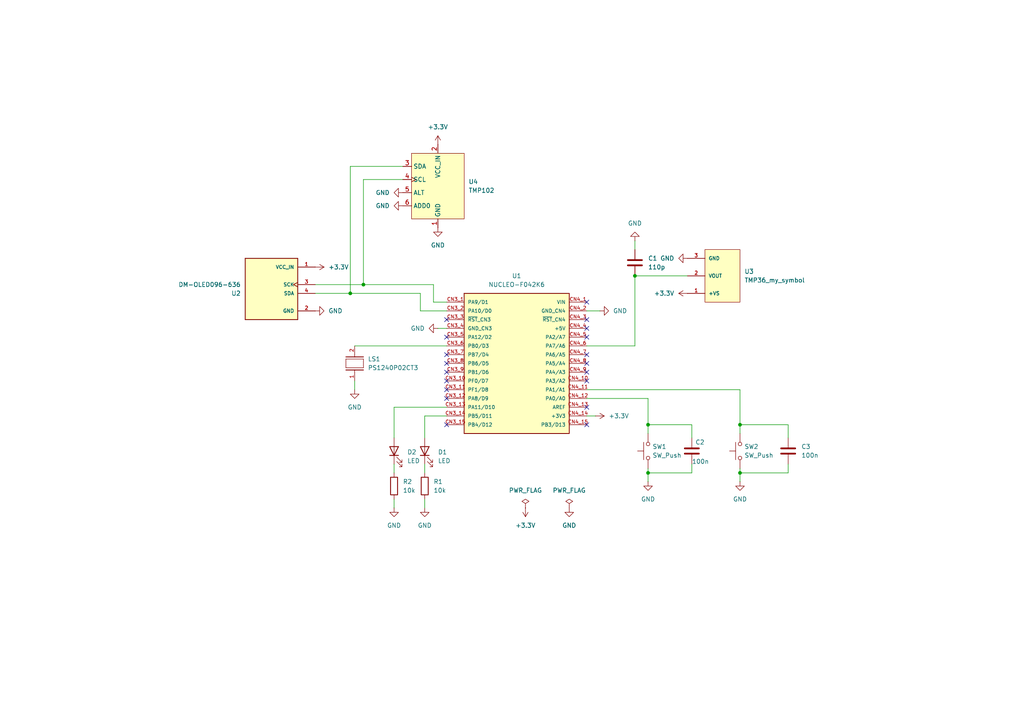
<source format=kicad_sch>
(kicad_sch (version 20250114) (generator "eeschema") (generator_version "9.0")
  (paper "A4")
  (lib_symbols
    (symbol "Device:C" (pin_numbers (hide yes)) (pin_names (offset 0.254))
      (property "Reference" "C" (at 0.635 2.54 0))
      (property "Value" "C" (at 0.635 -2.54 0))
      (symbol "C_0_1"
        (polyline (pts (xy -2.032 0.762) (xy 2.032 0.762)) (stroke (width 0.508)))
        (polyline (pts (xy -2.032 -0.762) (xy 2.032 -0.762)) (stroke (width 0.508)))
      )
      (symbol "C_1_1"
        (pin passive line (at 0 3.81 270) (length 2.794) (name "~") (number "1"))
        (pin passive line (at 0 -3.81 90) (length 2.794) (name "~") (number "2"))
      )
    )
    (symbol "Device:LED" (pin_numbers (hide yes)) (pin_names (offset 1.016) (hide yes))
      (property "Reference" "D" (at 0 2.54 0))
      (property "Value" "LED" (at 0 -2.54 0))
      (symbol "LED_0_1"
        (polyline (pts (xy -3.048 -0.762) (xy -4.572 -2.286) (xy -3.81 -2.286) (xy -4.572 -2.286) (xy -4.572 -1.524)))
        (polyline (pts (xy -1.778 -0.762) (xy -3.302 -2.286) (xy -2.54 -2.286) (xy -3.302 -2.286) (xy -3.302 -1.524)))
        (polyline (pts (xy -1.27 0) (xy 1.27 0)))
        (polyline (pts (xy -1.27 -1.27) (xy -1.27 1.27)) (stroke (width 0.254)))
        (polyline (pts (xy 1.27 -1.27) (xy 1.27 1.27) (xy -1.27 0) (xy 1.27 -1.27)) (stroke (width 0.254)))
      )
      (symbol "LED_1_1"
        (pin passive line (at -3.81 0 0) (length 2.54) (name "K") (number "1"))
        (pin passive line (at 3.81 0 180) (length 2.54) (name "A") (number "2"))
      )
    )
    (symbol "Device:R" (pin_numbers (hide yes)) (pin_names (offset 0))
      (property "Reference" "R" (at 2.032 0 90))
      (property "Value" "R" (at 0 0 90))
      (symbol "R_0_1"
        (rectangle (start -1.016 -2.54) (end 1.016 2.54) (stroke (width 0.254)))
      )
      (symbol "R_1_1"
        (pin passive line (at 0 3.81 270) (length 1.27) (name "~") (number "1"))
        (pin passive line (at 0 -3.81 90) (length 1.27) (name "~") (number "2"))
      )
    )
    (symbol "Switch:SW_Push" (pin_numbers (hide yes)) (pin_names (offset 1.016) (hide yes))
      (property "Reference" "SW" (at 1.27 2.54 0))
      (property "Value" "SW_Push" (at 0 -1.524 0))
      (symbol "SW_Push_0_1"
        (circle (center -2.032 0) (radius 0.508))
        (polyline (pts (xy 0 1.27) (xy 0 3.048)))
        (circle (center 2.032 0) (radius 0.508))
        (polyline (pts (xy 2.54 1.27) (xy -2.54 1.27)))
        (pin passive line (at -5.08 0 0) (length 2.54) (name "1") (number "1"))
        (pin passive line (at 5.08 0 180) (length 2.54) (name "2") (number "2"))
      )
    )
    (symbol "power:+3.3V" (power) (pin_numbers (hide yes)) (pin_names (offset 0) (hide yes))
      (property "Value" "+3.3V" (at 0 3.556 0))
      (symbol "+3.3V_0_1"
        (polyline (pts (xy -0.762 1.27) (xy 0 2.54)))
        (polyline (pts (xy 0 2.54) (xy 0.762 1.27)))
        (polyline (pts (xy 0 0) (xy 0 2.54)))
      )
      (symbol "+3.3V_1_1"
        (pin power_in line (at 0 0 90) (length 0) (name "~") (number "1"))
      )
    )
    (symbol "power:GND" (power) (pin_numbers (hide yes)) (pin_names (offset 0) (hide yes))
      (property "Value" "GND" (at 0 -3.81 0))
      (symbol "GND_0_1"
        (polyline (pts (xy 0 0) (xy 0 -1.27) (xy 1.27 -1.27) (xy 0 -2.54) (xy -1.27 -1.27) (xy 0 -1.27)))
      )
      (symbol "GND_1_1"
        (pin power_in line (at 0 0 270) (length 0) (name "~") (number "1"))
      )
    )
    (symbol "power:PWR_FLAG" (power) (pin_numbers (hide yes)) (pin_names (offset 0) (hide yes))
      (property "Value" "PWR_FLAG" (at 0 3.81 0))
      (symbol "PWR_FLAG_0_0"
        (pin power_out line (at 0 0 90) (length 0) (name "~") (number "1"))
      )
      (symbol "PWR_FLAG_0_1"
        (polyline (pts (xy 0 0) (xy 0 1.27) (xy -1.016 1.905) (xy 0 2.54) (xy 1.016 1.905) (xy 0 1.27)))
      )
    )
    (symbol "temp_sensor_symbols:DM-OLED096-636" (pin_names (offset 1.016))
      (property "Reference" "U" (at -7.62 10.922 0))
      (property "Value" "DM-OLED096-636" (at -7.62 -10.16 0))
      (symbol "DM-OLED096-636_0_0"
        (rectangle (start -7.62 -7.62) (end 7.62 10.16) (stroke (width 0.254)) (fill (type background)))
        (pin input clock (at 12.7 2.54 180) (length 5.08) (name "SCK") (number "3"))
        (pin bidirectional line (at 12.7 0 180) (length 5.08) (name "SDA") (number "4"))
        (pin power_in line (at 12.7 -5.08 180) (length 5.08) (name "GND") (number "2"))
      )
      (symbol "DM-OLED096-636_1_0"
        (pin power_in line (at 12.7 7.62 180) (length 5.08) (name "VCC_IN") (number "1"))
      )
    )
    (symbol "temp_sensor_symbols:NUCLEO-F042K6" (pin_names (offset 1.016))
      (property "Reference" "U" (at -15.24 21.082 0))
      (property "Value" "NUCLEO-F042K6" (at -15.24 -22.86 0))
      (symbol "NUCLEO-F042K6_0_0"
        (rectangle (start -15.24 20.32) (end 15.24 -20.32) (stroke (width 0.254)) (fill (type background)))
        (pin bidirectional line (at -20.32 17.78 0) (length 5.08) (name "PA9/D1") (number "CN3_1"))
        (pin bidirectional line (at -20.32 15.24 0) (length 5.08) (name "PA10/D0") (number "CN3_2"))
        (pin bidirectional line (at -20.32 12.7 0) (length 5.08) (name "~{RST}_CN3") (number "CN3_3"))
        (pin power_in line (at -20.32 10.16 0) (length 5.08) (name "GND_CN3") (number "CN3_4"))
        (pin bidirectional line (at -20.32 7.62 0) (length 5.08) (name "PA12/D2") (number "CN3_5"))
        (pin bidirectional line (at -20.32 5.08 0) (length 5.08) (name "PB0/D3") (number "CN3_6"))
        (pin bidirectional line (at -20.32 2.54 0) (length 5.08) (name "PB7/D4") (number "CN3_7"))
        (pin bidirectional line (at -20.32 0 0) (length 5.08) (name "PB6/D5") (number "CN3_8"))
        (pin bidirectional line (at -20.32 -2.54 0) (length 5.08) (name "PB1/D6") (number "CN3_9"))
        (pin bidirectional line (at -20.32 -5.08 0) (length 5.08) (name "PF0/D7") (number "CN3_10"))
        (pin bidirectional line (at -20.32 -7.62 0) (length 5.08) (name "PF1/D8") (number "CN3_11"))
        (pin bidirectional line (at -20.32 -10.16 0) (length 5.08) (name "PA8/D9") (number "CN3_12"))
        (pin bidirectional line (at -20.32 -12.7 0) (length 5.08) (name "PA11/D10") (number "CN3_13"))
        (pin bidirectional line (at -20.32 -15.24 0) (length 5.08) (name "PB5/D11") (number "CN3_14"))
        (pin bidirectional line (at -20.32 -17.78 0) (length 5.08) (name "PB4/D12") (number "CN3_15"))
        (pin power_in line (at 20.32 17.78 180) (length 5.08) (name "VIN") (number "CN4_1"))
        (pin power_in line (at 20.32 15.24 180) (length 5.08) (name "GND_CN4") (number "CN4_2"))
        (pin bidirectional line (at 20.32 12.7 180) (length 5.08) (name "~{RST}_CN4") (number "CN4_3"))
        (pin power_in line (at 20.32 10.16 180) (length 5.08) (name "+5V") (number "CN4_4"))
        (pin bidirectional line (at 20.32 7.62 180) (length 5.08) (name "PA2/A7") (number "CN4_5"))
        (pin bidirectional line (at 20.32 5.08 180) (length 5.08) (name "PA7/A6") (number "CN4_6"))
        (pin bidirectional line (at 20.32 2.54 180) (length 5.08) (name "PA6/A5") (number "CN4_7"))
        (pin bidirectional line (at 20.32 0 180) (length 5.08) (name "PA5/A4") (number "CN4_8"))
        (pin bidirectional line (at 20.32 -2.54 180) (length 5.08) (name "PA4/A3") (number "CN4_9"))
        (pin bidirectional line (at 20.32 -5.08 180) (length 5.08) (name "PA3/A2") (number "CN4_10"))
        (pin bidirectional line (at 20.32 -7.62 180) (length 5.08) (name "PA1/A1") (number "CN4_11"))
        (pin bidirectional line (at 20.32 -10.16 180) (length 5.08) (name "PA0/A0") (number "CN4_12"))
        (pin input line (at 20.32 -12.7 180) (length 5.08) (name "AREF") (number "CN4_13"))
        (pin power_in line (at 20.32 -15.24 180) (length 5.08) (name "+3V3") (number "CN4_14"))
        (pin bidirectional line (at 20.32 -17.78 180) (length 5.08) (name "PB3/D13") (number "CN4_15"))
      )
    )
    (symbol "temp_sensor_symbols:PS1240P02CT3" (pin_names (offset 1.016))
      (property "Reference" "LS" (at -3.81 3.81 0))
      (property "Value" "PS1240P02CT3" (at -6.096 -5.334 0))
      (symbol "PS1240P02CT3_0_0"
        (polyline (pts (xy -2.54 0) (xy -1.905 0)) (stroke (width 0.1524)))
        (polyline (pts (xy -1.905 0) (xy -1.905 2.54)) (stroke (width 0.254)))
        (polyline (pts (xy -1.905 -2.54) (xy -1.905 0)) (stroke (width 0.254)))
        (polyline (pts (xy -1.27 2.54) (xy -1.27 -2.54)) (stroke (width 0.1524)))
        (polyline (pts (xy -1.27 -2.54) (xy 1.27 -2.54)) (stroke (width 0.1524)))
        (polyline (pts (xy 1.27 2.54) (xy -1.27 2.54)) (stroke (width 0.1524)))
        (polyline (pts (xy 1.27 -2.54) (xy 1.27 2.54)) (stroke (width 0.1524)))
        (polyline (pts (xy 1.905 2.54) (xy 1.905 0)) (stroke (width 0.254)))
        (polyline (pts (xy 1.905 0) (xy 1.905 -2.54)) (stroke (width 0.254)))
        (polyline (pts (xy 1.905 0) (xy 2.54 0)) (stroke (width 0.1524)))
        (pin passive line (at -5.08 0 0) (length 2.54) (name "~") (number "1"))
        (pin passive line (at 5.08 0 180) (length 2.54) (name "~") (number "2"))
      )
    )
    (symbol "temp_sensor_symbols:TMP102_sparkfun"
      (property "Reference" "U" (at 0 0 0))
      (property "Value" "TMP102" (at 11.938 -2.032 0))
      (symbol "TMP102_sparkfun_1_1"
        (rectangle (start 0 19.05) (end 15.24 0) (fill (type color) (color 255 255 194 1)))
        (pin bidirectional line (at -2.54 15.24 0) (length 2.54) (name "SDA") (number "3"))
        (pin input clock (at -2.54 11.43 0) (length 2.54) (name "SCL") (number "4"))
        (pin power_in line (at -2.54 7.62 0) (length 2.54) (name "ALT") (number "5"))
        (pin input line (at -2.54 3.81 0) (length 2.54) (name "ADD0") (number "6"))
        (pin power_in line (at 7.62 21.59 270) (length 2.54) (name "VCC_IN") (number "2"))
        (pin power_in line (at 7.62 -2.54 90) (length 2.54) (name "GND") (number "1"))
      )
    )
    (symbol "temp_sensor_symbols:TMP36_my_symbol" (pin_names (offset 1.016))
      (property "Reference" "U" (at -5.08 8.128 0))
      (property "Value" "TMP36_my_symbol" (at -5.08 -10.16 0))
      (symbol "TMP36_my_symbol_0_0"
        (rectangle (start -5.08 -7.62) (end 5.08 7.62) (stroke (width 0.1524)) (fill (type background)))
        (pin power_in line (at 10.16 5.08 180) (length 5.08) (name "+VS") (number "1"))
        (pin output line (at 10.16 0 180) (length 5.08) (name "VOUT") (number "2"))
        (pin power_in line (at 10.16 -5.08 180) (length 5.08) (name "GND") (number "3"))
      )
    )
  )
  (junction (at 101.6 85.09))
  (junction (at 184.15 80.01))
  (junction (at 187.96 137.16))
  (junction (at 187.96 123.19))
  (junction (at 214.63 123.19))
  (junction (at 105.41 82.55))
  (junction (at 214.63 137.16))
  (no_connect (at 170.18 92.71))
  (no_connect (at 170.18 95.25))
  (no_connect (at 170.18 105.41))
  (no_connect (at 170.18 107.95))
  (no_connect (at 170.18 102.87))
  (no_connect (at 129.54 115.57))
  (no_connect (at 129.54 110.49))
  (no_connect (at 170.18 123.19))
  (no_connect (at 170.18 118.11))
  (no_connect (at 170.18 110.49))
  (no_connect (at 129.54 105.41))
  (no_connect (at 129.54 97.79))
  (no_connect (at 129.54 102.87))
  (no_connect (at 129.54 123.19))
  (no_connect (at 129.54 107.95))
  (no_connect (at 129.54 92.71))
  (no_connect (at 170.18 97.79))
  (no_connect (at 170.18 87.63))
  (no_connect (at 129.54 113.03))
  (wire (pts (xy 214.63 135.89) (xy 214.63 137.16)))
  (wire (pts (xy 101.6 85.09) (xy 121.92 85.09)))
  (wire (pts (xy 184.15 80.01) (xy 184.15 100.33)))
  (wire (pts (xy 187.96 123.19) (xy 187.96 115.57)))
  (wire (pts (xy 170.18 100.33) (xy 184.15 100.33)))
  (wire (pts (xy 127 95.25) (xy 129.54 95.25)))
  (wire (pts (xy 114.3 134.62) (xy 114.3 137.16)))
  (wire (pts (xy 123.19 120.65) (xy 129.54 120.65)))
  (wire (pts (xy 129.54 87.63) (xy 125.73 87.63)))
  (wire (pts (xy 170.18 90.17) (xy 173.99 90.17)))
  (wire (pts (xy 187.96 135.89) (xy 187.96 137.16)))
  (wire (pts (xy 123.19 134.62) (xy 123.19 137.16)))
  (wire (pts (xy 200.66 134.62) (xy 200.66 137.16)))
  (wire (pts (xy 121.92 85.09) (xy 121.92 90.17)))
  (wire (pts (xy 123.19 144.78) (xy 123.19 147.32)))
  (wire (pts (xy 114.3 144.78) (xy 114.3 147.32)))
  (wire (pts (xy 116.84 52.07) (xy 105.41 52.07)))
  (wire (pts (xy 105.41 82.55) (xy 91.44 82.55)))
  (wire (pts (xy 114.3 127) (xy 114.3 118.11)))
  (wire (pts (xy 125.73 87.63) (xy 125.73 82.55)))
  (wire (pts (xy 114.3 118.11) (xy 129.54 118.11)))
  (wire (pts (xy 116.84 48.26) (xy 101.6 48.26)))
  (wire (pts (xy 187.96 115.57) (xy 170.18 115.57)))
  (wire (pts (xy 123.19 127) (xy 123.19 120.65)))
  (wire (pts (xy 125.73 82.55) (xy 105.41 82.55)))
  (wire (pts (xy 187.96 137.16) (xy 187.96 139.7)))
  (wire (pts (xy 101.6 48.26) (xy 101.6 85.09)))
  (wire (pts (xy 200.66 123.19) (xy 200.66 127)))
  (wire (pts (xy 214.63 137.16) (xy 228.6 137.16)))
  (wire (pts (xy 214.63 123.19) (xy 228.6 123.19)))
  (wire (pts (xy 184.15 69.85) (xy 184.15 72.39)))
  (wire (pts (xy 214.63 125.73) (xy 214.63 123.19)))
  (wire (pts (xy 170.18 120.65) (xy 172.72 120.65)))
  (wire (pts (xy 214.63 137.16) (xy 214.63 139.7)))
  (wire (pts (xy 102.87 110.49) (xy 102.87 113.03)))
  (wire (pts (xy 170.18 113.03) (xy 214.63 113.03)))
  (wire (pts (xy 187.96 137.16) (xy 200.66 137.16)))
  (wire (pts (xy 102.87 100.33) (xy 129.54 100.33)))
  (wire (pts (xy 91.44 85.09) (xy 101.6 85.09)))
  (wire (pts (xy 187.96 125.73) (xy 187.96 123.19)))
  (wire (pts (xy 228.6 127) (xy 228.6 123.19)))
  (wire (pts (xy 187.96 123.19) (xy 200.66 123.19)))
  (wire (pts (xy 105.41 52.07) (xy 105.41 82.55)))
  (wire (pts (xy 228.6 134.62) (xy 228.6 137.16)))
  (wire (pts (xy 184.15 80.01) (xy 199.39 80.01)))
  (wire (pts (xy 121.92 90.17) (xy 129.54 90.17)))
  (wire (pts (xy 214.63 123.19) (xy 214.63 113.03)))
  (symbol (lib_id "Device:R") (at 114.3 140.97 0) (unit 1)
    (property "Reference" "R2" (at 116.84 139.6999 0) (effects (justify left)))
    (property "Value" "10k" (at 116.84 142.2399 0) (effects (justify left)))
    (property "Footprint" "Resistor_THT:R_Axial_DIN0204_L3.6mm_D1.6mm_P7.62mm_Horizontal" (effects (hide yes)))
    (property "Description" "Resistor" (effects (hide yes)))
  )
  (symbol (lib_id "Device:C") (at 228.6 130.81 0) (unit 1)
    (property "Reference" "C3" (at 232.41 129.5399 0) (effects (justify left)))
    (property "Value" "100n" (at 232.41 132.0799 0) (effects (justify left)))
    (property "Footprint" "Capacitor_THT:C_Disc_D4.3mm_W1.9mm_P5.00mm" (effects (hide yes)))
    (property "Description" "Unpolarized capacitor" (effects (hide yes)))
  )
  (symbol (lib_id "Device:C") (at 200.66 130.81 0) (unit 1)
    (property "Reference" "C2" (at 201.676 128.27 0) (effects (justify left)))
    (property "Value" "100n" (at 200.66 133.858 0) (effects (justify left)))
    (property "Footprint" "Capacitor_THT:C_Disc_D4.3mm_W1.9mm_P5.00mm" (effects (hide yes)))
    (property "Description" "Unpolarized capacitor" (effects (hide yes)))
  )
  (symbol (lib_id "Switch:SW_Push") (at 214.63 130.81 90) (unit 1)
    (property "Reference" "SW2" (at 215.9 129.5399 90) (effects (justify right)))
    (property "Value" "SW_Push" (at 215.9 132.0799 90) (effects (justify right)))
    (property "Footprint" "Button_Switch_THT:SW_PUSH_6mm" (effects (hide yes)))
    (property "Description" "Push button switch, generic, two pins" (effects (hide yes)))
  )
  (symbol (lib_id "power:GND") (at 187.96 139.7 0) (unit 1)
    (property "Reference" "#PWR01" (effects (hide yes)))
    (property "Value" "GND" (at 187.96 144.78 0))
    (property "Description" "Power symbol creates a global label with name \"GND\" , ground" (effects (hide yes)))
  )
  (symbol (lib_id "power:GND") (at 173.99 90.17 90) (unit 1)
    (property "Reference" "#PWR03" (effects (hide yes)))
    (property "Value" "GND" (at 177.8 90.1699 90) (effects (justify right)))
    (property "Description" "Power symbol creates a global label with name \"GND\" , ground" (effects (hide yes)))
  )
  (symbol (lib_id "power:GND") (at 165.1 147.32 0) (unit 1)
    (property "Reference" "#PWR019" (effects (hide yes)))
    (property "Value" "GND" (at 165.1 152.4 0))
    (property "Description" "Power symbol creates a global label with name \"GND\" , ground" (effects (hide yes)))
  )
  (symbol (lib_id "temp_sensor_symbols:TMP102_sparkfun") (at 119.38 63.5 0) (unit 1)
    (property "Reference" "U4" (at 135.89 52.7049 0) (effects (justify left)))
    (property "Value" "TMP102" (at 135.89 55.2449 0) (effects (justify left)))
    (property "Footprint" "temp_sensor_footprints:tmp102_custom" (effects (hide yes)))
    (property "Description" "Custom TMP102 design" (effects (hide yes)))
  )
  (symbol (lib_id "power:GND") (at 114.3 147.32 0) (unit 1)
    (property "Reference" "#PWR06" (effects (hide yes)))
    (property "Value" "GND" (at 114.3 152.4 0))
    (property "Description" "Power symbol creates a global label with name \"GND\" , ground" (effects (hide yes)))
  )
  (symbol (lib_id "power:+3.3V") (at 152.4 147.32 180) (unit 1)
    (property "Reference" "#PWR018" (effects (hide yes)))
    (property "Value" "+3.3V" (at 152.4 152.4 0))
    (property "Description" "Power symbol creates a global label with name \"+3.3V\"" (effects (hide yes)))
  )
  (symbol (lib_id "power:GND") (at 127 66.04 0) (unit 1)
    (property "Reference" "#PWR014" (effects (hide yes)))
    (property "Value" "GND" (at 127 71.12 0))
    (property "Description" "Power symbol creates a global label with name \"GND\" , ground" (effects (hide yes)))
  )
  (symbol (lib_id "temp_sensor_symbols:NUCLEO-F042K6") (at 149.86 105.41 0) (unit 1)
    (property "Reference" "U1" (at 149.86 80.01 0))
    (property "Value" "NUCLEO-F042K6" (at 149.86 82.55 0))
    (property "Footprint" "temp_sensor_footprints:MODULE_NUCLEO-F042K6" (effects (hide yes)))
    (property "MF" "STMicroelectronics" (effects (hide yes)))
    (property "MAXIMUM_PACKAGE_HEIGHT" "14.5mm" (effects (hide yes)))
    (property "Package" "None" (effects (hide yes)))
    (property "Price" "None" (effects (hide yes)))
    (property "Check_prices" "https://www.snapeda.com/parts/NUCLEO-F042K6/STMicroelectronics/view-part/?ref=eda" (effects (hide yes)))
    (property "STANDARD" "Manufacturer Recommendations" (effects (hide yes)))
    (property "PARTREV" "8" (effects (hide yes)))
    (property "SnapEDA_Link" "https://www.snapeda.com/parts/NUCLEO-F042K6/STMicroelectronics/view-part/?ref=snap" (effects (hide yes)))
    (property "MP" "NUCLEO-F042K6" (effects (hide yes)))
    (property "Description_1" "STM32F042K6, mbed-Enabled Development Nucleo-32 STM32F0 ARM® Cortex®-M0 MCU 32-Bit Embedded Evaluation Board" (effects (hide yes)))
    (property "Availability" "In Stock" (effects (hide yes)))
    (property "MANUFACTURER" "STMicroelectronics" (effects (hide yes)))
  )
  (symbol (lib_id "Device:LED") (at 123.19 130.81 90) (unit 1)
    (property "Reference" "D1" (at 127 131.1274 90) (effects (justify right)))
    (property "Value" "LED" (at 127 133.6674 90) (effects (justify right)))
    (property "Footprint" "LED_THT:LED_D5.0mm" (effects (hide yes)))
    (property "Description" "Light emitting diode" (effects (hide yes)))
    (property "Sim.Pins" "1=K 2=A" (effects (hide yes)))
  )
  (symbol (lib_id "power:+3.3V") (at 199.39 85.09 90) (unit 1)
    (property "Reference" "#PWR011" (effects (hide yes)))
    (property "Value" "+3.3V" (at 195.58 85.0899 90) (effects (justify left)))
    (property "Description" "Power symbol creates a global label with name \"+3.3V\"" (effects (hide yes)))
  )
  (symbol (lib_id "Device:LED") (at 114.3 130.81 90) (unit 1)
    (property "Reference" "D2" (at 118.11 131.1274 90) (effects (justify right)))
    (property "Value" "LED" (at 118.11 133.6674 90) (effects (justify right)))
    (property "Footprint" "LED_THT:LED_D5.0mm" (effects (hide yes)))
    (property "Description" "Light emitting diode" (effects (hide yes)))
    (property "Sim.Pins" "1=K 2=A" (effects (hide yes)))
  )
  (symbol (lib_id "power:GND") (at 123.19 147.32 0) (unit 1)
    (property "Reference" "#PWR07" (effects (hide yes)))
    (property "Value" "GND" (at 123.19 152.4 0))
    (property "Description" "Power symbol creates a global label with name \"GND\" , ground" (effects (hide yes)))
  )
  (symbol (lib_id "temp_sensor_symbols:DM-OLED096-636") (at 78.74 85.09 0) (unit 1)
    (property "Reference" "U2" (at 69.85 85.0901 0) (effects (justify right)))
    (property "Value" "DM-OLED096-636" (at 69.85 82.5501 0) (effects (justify right)))
    (property "Footprint" "temp_sensor_footprints:MODULE_DM-OLED096-636" (effects (hide yes)))
    (property "MF" "Display Module" (effects (hide yes)))
    (property "MAXIMUM_PACKAGE_HEIGHT" "11.3 mm" (effects (hide yes)))
    (property "Package" "Package" (effects (hide yes)))
    (property "Price" "None" (effects (hide yes)))
    (property "Check_prices" "https://www.snapeda.com/parts/DM-OLED096-636/Display+Module/view-part/?ref=eda" (effects (hide yes)))
    (property "STANDARD" "Manufacturer Recommendations" (effects (hide yes)))
    (property "PARTREV" "2018-09-10" (effects (hide yes)))
    (property "SnapEDA_Link" "https://www.snapeda.com/parts/DM-OLED096-636/Display+Module/view-part/?ref=snap" (effects (hide yes)))
    (property "MP" "DM-OLED096-636" (effects (hide yes)))
    (property "Description_1" "0.96” 128 X 64 MONOCHROME GRAPHIC OLED DISPLAY MODULE - I2C" (effects (hide yes)))
    (property "Availability" "Not in stock" (effects (hide yes)))
    (property "MANUFACTURER" "Displaymodule" (effects (hide yes)))
  )
  (symbol (lib_id "temp_sensor_symbols:PS1240P02CT3") (at 102.87 105.41 90) (unit 1)
    (property "Reference" "LS1" (at 106.68 104.1399 90) (effects (justify right)))
    (property "Value" "PS1240P02CT3" (at 106.68 106.6799 90) (effects (justify right)))
    (property "Footprint" "temp_sensor_footprints:XDCR_PS1240P02CT3" (effects (hide yes)))
    (property "MF" "TDK" (effects (hide yes)))
    (property "MAXIMUM_PACKAGE_HEIGHT" "4 mm" (effects (hide yes)))
    (property "Package" "None" (effects (hide yes)))
    (property "Price" "None" (effects (hide yes)))
    (property "Check_prices" "https://www.snapeda.com/parts/PS1240P02CT3/TDK/view-part/?ref=eda" (effects (hide yes)))
    (property "STANDARD" "Manufacturer Recommendations" (effects (hide yes)))
    (property "PARTREV" "20190717" (effects (hide yes)))
    (property "SnapEDA_Link" "https://www.snapeda.com/parts/PS1240P02CT3/TDK/view-part/?ref=snap" (effects (hide yes)))
    (property "MP" "PS1240P02CT3" (effects (hide yes)))
    (property "Description_1" "Buzzers Transducer, Externally Driven Piezo 3 V - 4kHz 60dB @ 3V, 10cm Through Hole PC Pins" (effects (hide yes)))
    (property "Availability" "In Stock" (effects (hide yes)))
    (property "MANUFACTURER" "TDK" (effects (hide yes)))
  )
  (symbol (lib_id "power:GND") (at 116.84 59.69 270) (unit 1)
    (property "Reference" "#PWR016" (effects (hide yes)))
    (property "Value" "GND" (at 113.03 59.6899 90) (effects (justify right)))
    (property "Description" "Power symbol creates a global label with name \"GND\" , ground" (effects (hide yes)))
  )
  (symbol (lib_id "Device:R") (at 123.19 140.97 0) (unit 1)
    (property "Reference" "R1" (at 125.73 139.6999 0) (effects (justify left)))
    (property "Value" "10k" (at 125.73 142.2399 0) (effects (justify left)))
    (property "Footprint" "Resistor_THT:R_Axial_DIN0204_L3.6mm_D1.6mm_P7.62mm_Horizontal" (effects (hide yes)))
    (property "Description" "Resistor" (effects (hide yes)))
  )
  (symbol (lib_id "Device:C") (at 184.15 76.2 0) (unit 1)
    (property "Reference" "C1" (at 187.96 74.9299 0) (effects (justify left)))
    (property "Value" "110p" (at 187.96 77.4699 0) (effects (justify left)))
    (property "Footprint" "Capacitor_THT:C_Disc_D4.3mm_W1.9mm_P5.00mm" (effects (hide yes)))
    (property "Description" "Unpolarized capacitor" (effects (hide yes)))
  )
  (symbol (lib_id "power:GND") (at 184.15 69.85 180) (unit 1)
    (property "Reference" "#PWR013" (effects (hide yes)))
    (property "Value" "GND" (at 184.15 64.77 0))
    (property "Description" "Power symbol creates a global label with name \"GND\" , ground" (effects (hide yes)))
  )
  (symbol (lib_id "power:GND") (at 91.44 90.17 90) (unit 1)
    (property "Reference" "#PWR010" (effects (hide yes)))
    (property "Value" "GND" (at 95.25 90.1701 90) (effects (justify right)))
    (property "Description" "Power symbol creates a global label with name \"GND\" , ground" (effects (hide yes)))
  )
  (symbol (lib_id "power:PWR_FLAG") (at 152.4 147.32 0) (unit 1)
    (property "Reference" "#FLG01" (effects (hide yes)))
    (property "Value" "PWR_FLAG" (at 152.4 142.24 0))
    (property "Description" "Special symbol for telling ERC where power comes from" (effects (hide yes)))
  )
  (symbol (lib_id "temp_sensor_symbols:TMP36_my_symbol") (at 209.55 80.01 180) (unit 1)
    (property "Reference" "U3" (at 215.9 78.7399 0) (effects (justify right)))
    (property "Value" "TMP36_my_symbol" (at 215.9 81.2799 0) (effects (justify right)))
    (property "Footprint" "temp_sensor_footprints:TMP36_custom_version" (effects (hide yes)))
    (property "MF" "Analog Devices" (effects (hide yes)))
    (property "Description_1" "Voltage Output Temperature Sensors" (effects (hide yes)))
    (property "Package" "TO-3 Analog Devices" (effects (hide yes)))
    (property "Price" "None" (effects (hide yes)))
    (property "Check_prices" "https://www.snapeda.com/parts/TMP36GT9Z/Analog+Devices/view-part/?ref=eda" (effects (hide yes)))
    (property "STANDARD" "IPC-7251" (effects (hide yes)))
    (property "PARTREV" "H" (effects (hide yes)))
    (property "SnapEDA_Link" "https://www.snapeda.com/parts/TMP36GT9Z/Analog+Devices/view-part/?ref=snap" (effects (hide yes)))
    (property "MP" "TMP36GT9Z" (effects (hide yes)))
    (property "Availability" "In Stock" (effects (hide yes)))
    (property "MANUFACTURER" "Analog Devices" (effects (hide yes)))
  )
  (symbol (lib_id "power:GND") (at 102.87 113.03 0) (unit 1)
    (property "Reference" "#PWR08" (effects (hide yes)))
    (property "Value" "GND" (at 102.87 118.11 0))
    (property "Description" "Power symbol creates a global label with name \"GND\" , ground" (effects (hide yes)))
  )
  (symbol (lib_id "power:+3.3V") (at 91.44 77.47 270) (unit 1)
    (property "Reference" "#PWR09" (effects (hide yes)))
    (property "Value" "+3.3V" (at 95.25 77.4701 90) (effects (justify left)))
    (property "Description" "Power symbol creates a global label with name \"+3.3V\"" (effects (hide yes)))
  )
  (symbol (lib_id "power:+3.3V") (at 127 41.91 0) (unit 1)
    (property "Reference" "#PWR015" (effects (hide yes)))
    (property "Value" "+3.3V" (at 127 36.83 0))
    (property "Description" "Power symbol creates a global label with name \"+3.3V\"" (effects (hide yes)))
  )
  (symbol (lib_id "power:GND") (at 199.39 74.93 270) (unit 1)
    (property "Reference" "#PWR012" (effects (hide yes)))
    (property "Value" "GND" (at 195.58 74.9299 90) (effects (justify right)))
    (property "Description" "Power symbol creates a global label with name \"GND\" , ground" (effects (hide yes)))
  )
  (symbol (lib_id "power:GND") (at 116.84 55.88 270) (unit 1)
    (property "Reference" "#PWR017" (effects (hide yes)))
    (property "Value" "GND" (at 113.03 55.8799 90) (effects (justify right)))
    (property "Description" "Power symbol creates a global label with name \"GND\" , ground" (effects (hide yes)))
  )
  (symbol (lib_id "power:GND") (at 127 95.25 270) (unit 1)
    (property "Reference" "#PWR04" (effects (hide yes)))
    (property "Value" "GND" (at 123.19 95.2499 90) (effects (justify right)))
    (property "Description" "Power symbol creates a global label with name \"GND\" , ground" (effects (hide yes)))
  )
  (symbol (lib_id "power:+3.3V") (at 172.72 120.65 270) (unit 1)
    (property "Reference" "#PWR05" (effects (hide yes)))
    (property "Value" "+3.3V" (at 176.53 120.6499 90) (effects (justify left)))
    (property "Description" "Power symbol creates a global label with name \"+3.3V\"" (effects (hide yes)))
  )
  (symbol (lib_id "power:GND") (at 214.63 139.7 0) (unit 1)
    (property "Reference" "#PWR02" (effects (hide yes)))
    (property "Value" "GND" (at 214.63 144.78 0))
    (property "Description" "Power symbol creates a global label with name \"GND\" , ground" (effects (hide yes)))
  )
  (symbol (lib_id "Switch:SW_Push") (at 187.96 130.81 90) (unit 1)
    (property "Reference" "SW1" (at 189.23 129.5399 90) (effects (justify right)))
    (property "Value" "SW_Push" (at 189.23 132.0799 90) (effects (justify right)))
    (property "Footprint" "Button_Switch_THT:SW_PUSH_6mm" (effects (hide yes)))
    (property "Description" "Push button switch, generic, two pins" (effects (hide yes)))
  )
  (symbol (lib_id "power:PWR_FLAG") (at 165.1 147.32 0) (unit 1)
    (property "Reference" "#FLG02" (effects (hide yes)))
    (property "Value" "PWR_FLAG" (at 165.1 142.24 0))
    (property "Description" "Special symbol for telling ERC where power comes from" (effects (hide yes)))
  )
)
</source>
